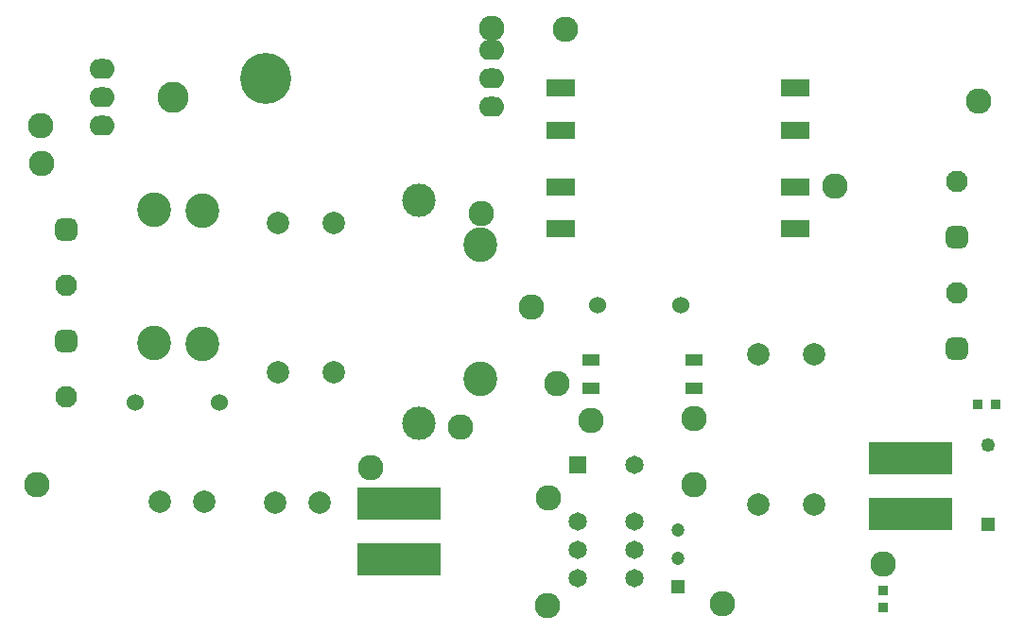
<source format=gbr>
%TF.GenerationSoftware,Altium Limited,Altium Designer,21.6.4 (81)*%
G04 Layer_Color=255*
%FSLAX43Y43*%
%MOMM*%
%TF.SameCoordinates,3FCC9EDD-E33D-4AE7-AC82-89E58AA9E509*%
%TF.FilePolarity,Positive*%
%TF.FileFunction,Pads,Top*%
%TF.Part,Single*%
G01*
G75*
%TA.AperFunction,TestPad*%
%ADD10R,7.500X3.000*%
%ADD11R,0.900X0.850*%
%ADD12R,1.600X1.000*%
%ADD13R,2.500X1.500*%
%ADD14R,0.850X0.900*%
%ADD32C,2.286*%
%TA.AperFunction,ComponentPad*%
%ADD33C,1.650*%
%ADD34R,1.650X1.650*%
%TA.AperFunction,TestPad*%
%ADD35C,1.950*%
G04:AMPARAMS|DCode=36|XSize=1.95mm|YSize=1.95mm|CornerRadius=0.488mm|HoleSize=0mm|Usage=FLASHONLY|Rotation=270.000|XOffset=0mm|YOffset=0mm|HoleType=Round|Shape=RoundedRectangle|*
%AMROUNDEDRECTD36*
21,1,1.950,0.975,0,0,270.0*
21,1,0.975,1.950,0,0,270.0*
1,1,0.975,-0.488,-0.488*
1,1,0.975,-0.488,0.488*
1,1,0.975,0.488,0.488*
1,1,0.975,0.488,-0.488*
%
%ADD36ROUNDEDRECTD36*%
%TA.AperFunction,ComponentPad*%
%ADD37C,2.000*%
%TA.AperFunction,TestPad*%
%ADD38C,2.000*%
%TA.AperFunction,ComponentPad*%
%ADD39C,3.000*%
%TA.AperFunction,TestPad*%
%ADD40C,1.524*%
%TA.AperFunction,ComponentPad*%
%ADD41C,2.286*%
%ADD42O,3.000X3.100*%
%TA.AperFunction,TestPad*%
%ADD43O,2.286X1.778*%
%ADD44C,4.572*%
%TA.AperFunction,ComponentPad*%
%ADD45C,2.794*%
%ADD46O,2.286X1.778*%
%TA.AperFunction,TestPad*%
%ADD47R,1.200X1.200*%
%ADD48C,1.200*%
%ADD49R,1.250X1.250*%
%ADD50C,1.250*%
D10*
X35331Y5644D02*
D03*
Y10644D02*
D03*
X81077Y9667D02*
D03*
Y14667D02*
D03*
D11*
X78644Y1261D02*
D03*
Y2811D02*
D03*
D12*
X61674Y20904D02*
D03*
X52524Y23444D02*
D03*
X61674D02*
D03*
X52524Y20904D02*
D03*
D13*
X49774Y38989D02*
D03*
Y47829D02*
D03*
Y35229D02*
D03*
Y44069D02*
D03*
X70774Y38989D02*
D03*
Y35229D02*
D03*
Y44069D02*
D03*
Y47829D02*
D03*
D14*
X88701Y19474D02*
D03*
X87151D02*
D03*
D32*
X48620Y1504D02*
D03*
X61722Y12294D02*
D03*
X47158Y28198D02*
D03*
X40792Y17428D02*
D03*
X48674Y11100D02*
D03*
X52524Y18098D02*
D03*
X3226Y44475D02*
D03*
X32741Y13792D02*
D03*
X49428Y21336D02*
D03*
X78613Y5159D02*
D03*
X64237Y1614D02*
D03*
X74371Y39065D02*
D03*
X2896Y12294D02*
D03*
X3293Y41097D02*
D03*
X61747Y18236D02*
D03*
D33*
X56355Y14094D02*
D03*
Y9014D02*
D03*
Y6474D02*
D03*
Y3934D02*
D03*
X51275D02*
D03*
Y6474D02*
D03*
Y9014D02*
D03*
D34*
Y14094D02*
D03*
D35*
X5500Y20171D02*
D03*
X5500Y30175D02*
D03*
X85234Y39497D02*
D03*
X85234Y29515D02*
D03*
D36*
X5500Y25171D02*
D03*
X5500Y35175D02*
D03*
X85234Y34497D02*
D03*
X85234Y24515D02*
D03*
D37*
X28194Y10693D02*
D03*
X24194D02*
D03*
X29486Y22384D02*
D03*
X24486D02*
D03*
X17868Y10744D02*
D03*
X13868D02*
D03*
X24486Y35738D02*
D03*
X29486D02*
D03*
D38*
X67500Y10500D02*
D03*
X72500D02*
D03*
Y24000D02*
D03*
X67500D02*
D03*
D39*
X37059Y17811D02*
D03*
X37109Y37786D02*
D03*
D40*
X11693Y19694D02*
D03*
X19193Y19669D02*
D03*
X53061Y28423D02*
D03*
X60561Y28398D02*
D03*
D41*
X50241Y53111D02*
D03*
X43580Y53238D02*
D03*
X42674Y36624D02*
D03*
X87224Y46660D02*
D03*
D42*
X42570Y21788D02*
D03*
Y33788D02*
D03*
X17678Y24886D02*
D03*
Y36886D02*
D03*
X13335Y36963D02*
D03*
Y24963D02*
D03*
D43*
X43557Y51232D02*
D03*
Y48692D02*
D03*
Y46152D02*
D03*
D44*
X23364Y48692D02*
D03*
D45*
X15037Y47015D02*
D03*
D46*
X8687Y44475D02*
D03*
Y47015D02*
D03*
Y49555D02*
D03*
D47*
X60286Y3119D02*
D03*
D48*
Y5659D02*
D03*
Y8199D02*
D03*
D49*
X88036Y8769D02*
D03*
D50*
Y15869D02*
D03*
%TF.MD5,ec59f749be132e4283de4a48bf58e14a*%
M02*

</source>
